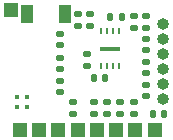
<source format=gbr>
%TF.GenerationSoftware,KiCad,Pcbnew,7.0.2-6a45011f42~172~ubuntu22.04.1*%
%TF.CreationDate,2023-05-25T09:16:40+08:00*%
%TF.ProjectId,fly2040_ds,666c7932-3034-4305-9f64-732e6b696361,rev?*%
%TF.SameCoordinates,PX45b1cc0PY2f4fd10*%
%TF.FileFunction,Soldermask,Bot*%
%TF.FilePolarity,Negative*%
%FSLAX46Y46*%
G04 Gerber Fmt 4.6, Leading zero omitted, Abs format (unit mm)*
G04 Created by KiCad (PCBNEW 7.0.2-6a45011f42~172~ubuntu22.04.1) date 2023-05-25 09:16:40*
%MOMM*%
%LPD*%
G01*
G04 APERTURE LIST*
G04 Aperture macros list*
%AMRoundRect*
0 Rectangle with rounded corners*
0 $1 Rounding radius*
0 $2 $3 $4 $5 $6 $7 $8 $9 X,Y pos of 4 corners*
0 Add a 4 corners polygon primitive as box body*
4,1,4,$2,$3,$4,$5,$6,$7,$8,$9,$2,$3,0*
0 Add four circle primitives for the rounded corners*
1,1,$1+$1,$2,$3*
1,1,$1+$1,$4,$5*
1,1,$1+$1,$6,$7*
1,1,$1+$1,$8,$9*
0 Add four rect primitives between the rounded corners*
20,1,$1+$1,$2,$3,$4,$5,0*
20,1,$1+$1,$4,$5,$6,$7,0*
20,1,$1+$1,$6,$7,$8,$9,0*
20,1,$1+$1,$8,$9,$2,$3,0*%
G04 Aperture macros list end*
%ADD10RoundRect,0.135000X-0.185000X0.135000X-0.185000X-0.135000X0.185000X-0.135000X0.185000X0.135000X0*%
%ADD11RoundRect,0.135000X0.185000X-0.135000X0.185000X0.135000X-0.185000X0.135000X-0.185000X-0.135000X0*%
%ADD12RoundRect,0.140000X0.170000X-0.140000X0.170000X0.140000X-0.170000X0.140000X-0.170000X-0.140000X0*%
%ADD13RoundRect,0.140000X-0.170000X0.140000X-0.170000X-0.140000X0.170000X-0.140000X0.170000X0.140000X0*%
%ADD14RoundRect,0.140000X-0.140000X-0.170000X0.140000X-0.170000X0.140000X0.170000X-0.140000X0.170000X0*%
%ADD15RoundRect,0.140000X0.140000X0.170000X-0.140000X0.170000X-0.140000X-0.170000X0.140000X-0.170000X0*%
%ADD16R,1.200000X1.200000*%
%ADD17R,0.280000X0.600000*%
%ADD18R,1.700000X0.300000*%
%ADD19O,1.000000X1.000000*%
%ADD20R,1.000000X1.524000*%
%ADD21R,0.450000X0.450000*%
G04 APERTURE END LIST*
D10*
%TO.C,R11*%
X11810000Y-8900000D03*
X11810000Y-9920000D03*
%TD*%
%TO.C,R10*%
X10680000Y-8900000D03*
X10680000Y-9920000D03*
%TD*%
%TO.C,R9*%
X9570000Y-8900000D03*
X9570000Y-9920000D03*
%TD*%
%TO.C,R8*%
X8440000Y-8900000D03*
X8440000Y-9920000D03*
%TD*%
%TO.C,R6*%
X8115000Y-1455000D03*
X8115000Y-2475000D03*
%TD*%
%TO.C,R5*%
X7090000Y-1455000D03*
X7090000Y-2475000D03*
%TD*%
D11*
%TO.C,R2*%
X6680000Y-9930000D03*
X6680000Y-8910000D03*
%TD*%
D12*
%TO.C,C14*%
X7840000Y-5810000D03*
X7840000Y-4850000D03*
%TD*%
D13*
%TO.C,C13*%
X5570000Y-3130000D03*
X5570000Y-4090000D03*
%TD*%
D14*
%TO.C,C12*%
X9830000Y-1680000D03*
X10790000Y-1680000D03*
%TD*%
D13*
%TO.C,C11*%
X12840000Y-1630000D03*
X12840000Y-2590000D03*
%TD*%
D12*
%TO.C,C10*%
X12840000Y-4525000D03*
X12840000Y-3565000D03*
%TD*%
D13*
%TO.C,C9*%
X11810000Y-1640000D03*
X11810000Y-2600000D03*
%TD*%
D12*
%TO.C,C8*%
X12840000Y-8395000D03*
X12840000Y-7435000D03*
%TD*%
%TO.C,C7*%
X5570000Y-6085000D03*
X5570000Y-5125000D03*
%TD*%
D15*
%TO.C,C6*%
X14360000Y-9910000D03*
X13400000Y-9910000D03*
%TD*%
D12*
%TO.C,C5*%
X12840000Y-6460000D03*
X12840000Y-5500000D03*
%TD*%
D13*
%TO.C,C4*%
X5570000Y-7120000D03*
X5570000Y-8080000D03*
%TD*%
D15*
%TO.C,C2*%
X9380000Y-6880000D03*
X8420000Y-6880000D03*
%TD*%
D16*
%TO.C,J7*%
X2177500Y-11220000D03*
%TD*%
D17*
%TO.C,U2*%
X9040000Y-2861000D03*
X9540000Y-2861000D03*
X10040000Y-2861000D03*
X10540000Y-2861000D03*
X10540000Y-5875000D03*
X10040000Y-5875000D03*
X9540000Y-5875000D03*
X9040000Y-5875000D03*
D18*
X9790000Y-4368000D03*
%TD*%
D19*
%TO.C,J8*%
X14255753Y-8601880D03*
X14255753Y-7331880D03*
X14255753Y-6061880D03*
X14255753Y-4791880D03*
X14255753Y-3521880D03*
X14255753Y-2251880D03*
%TD*%
D16*
%TO.C,J1*%
X1430000Y-1110000D03*
%TD*%
%TO.C,J4*%
X10315000Y-11220000D03*
%TD*%
%TO.C,J2*%
X7060000Y-11220000D03*
%TD*%
%TO.C,J6*%
X3810000Y-11220000D03*
%TD*%
%TO.C,J5*%
X11942500Y-11220000D03*
%TD*%
%TO.C,J9*%
X5432500Y-11220000D03*
%TD*%
%TO.C,J3*%
X8687500Y-11220000D03*
%TD*%
%TO.C,J10*%
X13570000Y-11220000D03*
%TD*%
D20*
%TO.C,SW1*%
X5970000Y-1455000D03*
X2770000Y-1455000D03*
%TD*%
D21*
%TO.C,U5*%
X2755000Y-9345000D03*
X2755000Y-8495000D03*
X1905000Y-9345000D03*
X1905000Y-8495000D03*
%TD*%
M02*

</source>
